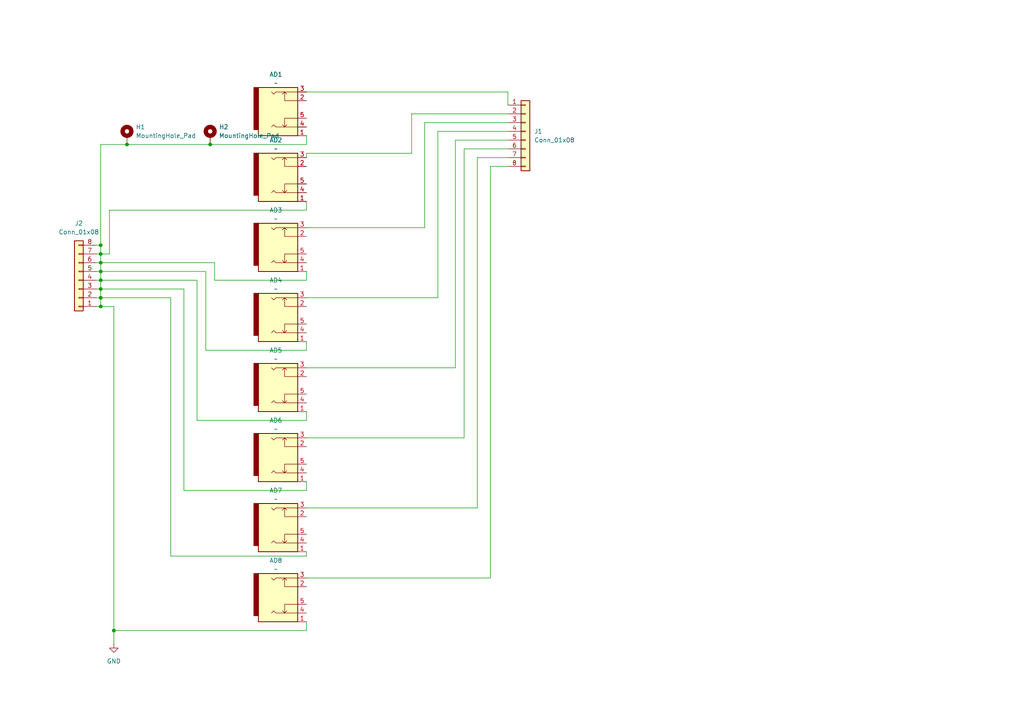
<source format=kicad_sch>
(kicad_sch
	(version 20231120)
	(generator "eeschema")
	(generator_version "8.0")
	(uuid "626fef9f-59ae-40a3-acf2-b3507c69a0ad")
	(paper "A4")
	(lib_symbols
		(symbol "Connector_Generic:Conn_01x08"
			(pin_names
				(offset 1.016) hide)
			(exclude_from_sim no)
			(in_bom yes)
			(on_board yes)
			(property "Reference" "J"
				(at 0 10.16 0)
				(effects
					(font
						(size 1.27 1.27)
					)
				)
			)
			(property "Value" "Conn_01x08"
				(at 0 -12.7 0)
				(effects
					(font
						(size 1.27 1.27)
					)
				)
			)
			(property "Footprint" ""
				(at 0 0 0)
				(effects
					(font
						(size 1.27 1.27)
					)
					(hide yes)
				)
			)
			(property "Datasheet" "~"
				(at 0 0 0)
				(effects
					(font
						(size 1.27 1.27)
					)
					(hide yes)
				)
			)
			(property "Description" "Generic connector, single row, 01x08, script generated (kicad-library-utils/schlib/autogen/connector/)"
				(at 0 0 0)
				(effects
					(font
						(size 1.27 1.27)
					)
					(hide yes)
				)
			)
			(property "ki_keywords" "connector"
				(at 0 0 0)
				(effects
					(font
						(size 1.27 1.27)
					)
					(hide yes)
				)
			)
			(property "ki_fp_filters" "Connector*:*_1x??_*"
				(at 0 0 0)
				(effects
					(font
						(size 1.27 1.27)
					)
					(hide yes)
				)
			)
			(symbol "Conn_01x08_1_1"
				(rectangle
					(start -1.27 -10.033)
					(end 0 -10.287)
					(stroke
						(width 0.1524)
						(type default)
					)
					(fill
						(type none)
					)
				)
				(rectangle
					(start -1.27 -7.493)
					(end 0 -7.747)
					(stroke
						(width 0.1524)
						(type default)
					)
					(fill
						(type none)
					)
				)
				(rectangle
					(start -1.27 -4.953)
					(end 0 -5.207)
					(stroke
						(width 0.1524)
						(type default)
					)
					(fill
						(type none)
					)
				)
				(rectangle
					(start -1.27 -2.413)
					(end 0 -2.667)
					(stroke
						(width 0.1524)
						(type default)
					)
					(fill
						(type none)
					)
				)
				(rectangle
					(start -1.27 0.127)
					(end 0 -0.127)
					(stroke
						(width 0.1524)
						(type default)
					)
					(fill
						(type none)
					)
				)
				(rectangle
					(start -1.27 2.667)
					(end 0 2.413)
					(stroke
						(width 0.1524)
						(type default)
					)
					(fill
						(type none)
					)
				)
				(rectangle
					(start -1.27 5.207)
					(end 0 4.953)
					(stroke
						(width 0.1524)
						(type default)
					)
					(fill
						(type none)
					)
				)
				(rectangle
					(start -1.27 7.747)
					(end 0 7.493)
					(stroke
						(width 0.1524)
						(type default)
					)
					(fill
						(type none)
					)
				)
				(rectangle
					(start -1.27 8.89)
					(end 1.27 -11.43)
					(stroke
						(width 0.254)
						(type default)
					)
					(fill
						(type background)
					)
				)
				(pin passive line
					(at -5.08 7.62 0)
					(length 3.81)
					(name "Pin_1"
						(effects
							(font
								(size 1.27 1.27)
							)
						)
					)
					(number "1"
						(effects
							(font
								(size 1.27 1.27)
							)
						)
					)
				)
				(pin passive line
					(at -5.08 5.08 0)
					(length 3.81)
					(name "Pin_2"
						(effects
							(font
								(size 1.27 1.27)
							)
						)
					)
					(number "2"
						(effects
							(font
								(size 1.27 1.27)
							)
						)
					)
				)
				(pin passive line
					(at -5.08 2.54 0)
					(length 3.81)
					(name "Pin_3"
						(effects
							(font
								(size 1.27 1.27)
							)
						)
					)
					(number "3"
						(effects
							(font
								(size 1.27 1.27)
							)
						)
					)
				)
				(pin passive line
					(at -5.08 0 0)
					(length 3.81)
					(name "Pin_4"
						(effects
							(font
								(size 1.27 1.27)
							)
						)
					)
					(number "4"
						(effects
							(font
								(size 1.27 1.27)
							)
						)
					)
				)
				(pin passive line
					(at -5.08 -2.54 0)
					(length 3.81)
					(name "Pin_5"
						(effects
							(font
								(size 1.27 1.27)
							)
						)
					)
					(number "5"
						(effects
							(font
								(size 1.27 1.27)
							)
						)
					)
				)
				(pin passive line
					(at -5.08 -5.08 0)
					(length 3.81)
					(name "Pin_6"
						(effects
							(font
								(size 1.27 1.27)
							)
						)
					)
					(number "6"
						(effects
							(font
								(size 1.27 1.27)
							)
						)
					)
				)
				(pin passive line
					(at -5.08 -7.62 0)
					(length 3.81)
					(name "Pin_7"
						(effects
							(font
								(size 1.27 1.27)
							)
						)
					)
					(number "7"
						(effects
							(font
								(size 1.27 1.27)
							)
						)
					)
				)
				(pin passive line
					(at -5.08 -10.16 0)
					(length 3.81)
					(name "Pin_8"
						(effects
							(font
								(size 1.27 1.27)
							)
						)
					)
					(number "8"
						(effects
							(font
								(size 1.27 1.27)
							)
						)
					)
				)
			)
		)
		(symbol "Mechanical:MountingHole_Pad"
			(pin_numbers hide)
			(pin_names
				(offset 1.016) hide)
			(exclude_from_sim yes)
			(in_bom no)
			(on_board yes)
			(property "Reference" "H"
				(at 0 6.35 0)
				(effects
					(font
						(size 1.27 1.27)
					)
				)
			)
			(property "Value" "MountingHole_Pad"
				(at 0 4.445 0)
				(effects
					(font
						(size 1.27 1.27)
					)
				)
			)
			(property "Footprint" ""
				(at 0 0 0)
				(effects
					(font
						(size 1.27 1.27)
					)
					(hide yes)
				)
			)
			(property "Datasheet" "~"
				(at 0 0 0)
				(effects
					(font
						(size 1.27 1.27)
					)
					(hide yes)
				)
			)
			(property "Description" "Mounting Hole with connection"
				(at 0 0 0)
				(effects
					(font
						(size 1.27 1.27)
					)
					(hide yes)
				)
			)
			(property "ki_keywords" "mounting hole"
				(at 0 0 0)
				(effects
					(font
						(size 1.27 1.27)
					)
					(hide yes)
				)
			)
			(property "ki_fp_filters" "MountingHole*Pad*"
				(at 0 0 0)
				(effects
					(font
						(size 1.27 1.27)
					)
					(hide yes)
				)
			)
			(symbol "MountingHole_Pad_0_1"
				(circle
					(center 0 1.27)
					(radius 1.27)
					(stroke
						(width 1.27)
						(type default)
					)
					(fill
						(type none)
					)
				)
			)
			(symbol "MountingHole_Pad_1_1"
				(pin input line
					(at 0 -2.54 90)
					(length 2.54)
					(name "1"
						(effects
							(font
								(size 1.27 1.27)
							)
						)
					)
					(number "1"
						(effects
							(font
								(size 1.27 1.27)
							)
						)
					)
				)
			)
		)
		(symbol "N8s_Parts:CK635117"
			(exclude_from_sim no)
			(in_bom yes)
			(on_board yes)
			(property "Reference" "AD"
				(at 1.27 14.986 0)
				(effects
					(font
						(size 1.27 1.27)
					)
				)
			)
			(property "Value" ""
				(at 3.81 10.16 0)
				(effects
					(font
						(size 1.27 1.27)
					)
				)
			)
			(property "Footprint" "N8s_Parts:CK635117"
				(at 9.652 -1.524 0)
				(effects
					(font
						(size 1.27 1.27)
					)
					(hide yes)
				)
			)
			(property "Datasheet" ""
				(at 3.81 10.16 0)
				(effects
					(font
						(size 1.27 1.27)
					)
					(hide yes)
				)
			)
			(property "Description" ""
				(at 3.81 10.16 0)
				(effects
					(font
						(size 1.27 1.27)
					)
					(hide yes)
				)
			)
			(symbol "CK635117_0_1"
				(polyline
					(pts
						(xy 12.7 2.54) (xy 6.35 2.54) (xy 5.715 3.175) (xy 5.08 2.54)
					)
					(stroke
						(width 0)
						(type default)
					)
					(fill
						(type none)
					)
				)
				(polyline
					(pts
						(xy 12.7 12.7) (xy 6.35 12.7) (xy 5.715 12.065) (xy 5.08 12.7)
					)
					(stroke
						(width 0)
						(type default)
					)
					(fill
						(type none)
					)
				)
				(polyline
					(pts
						(xy 12.7 5.08) (xy 8.89 5.08) (xy 8.89 2.54) (xy 8.255 3.175) (xy 8.89 2.54) (xy 9.525 3.175)
					)
					(stroke
						(width 0)
						(type default)
					)
					(fill
						(type none)
					)
				)
				(polyline
					(pts
						(xy 12.7 10.16) (xy 8.89 10.16) (xy 8.89 12.7) (xy 8.255 12.065) (xy 8.89 12.7) (xy 9.525 12.065)
					)
					(stroke
						(width 0)
						(type default)
					)
					(fill
						(type none)
					)
				)
				(rectangle
					(start 0 13.97)
					(end 1.27 1.778)
					(stroke
						(width 0.254)
						(type default)
					)
					(fill
						(type outline)
					)
				)
				(rectangle
					(start 1.27 13.97)
					(end 12.7 0)
					(stroke
						(width 0.254)
						(type default)
					)
					(fill
						(type background)
					)
				)
			)
			(symbol "CK635117_1_1"
				(pin passive line
					(at 15.24 0 180)
					(length 2.54)
					(name "~"
						(effects
							(font
								(size 1.27 1.27)
							)
						)
					)
					(number "1"
						(effects
							(font
								(size 1.27 1.27)
							)
						)
					)
				)
				(pin passive line
					(at 15.24 10.16 180)
					(length 2.54)
					(name "~"
						(effects
							(font
								(size 1.27 1.27)
							)
						)
					)
					(number "2"
						(effects
							(font
								(size 1.27 1.27)
							)
						)
					)
				)
				(pin passive line
					(at 15.24 12.7 180)
					(length 2.54)
					(name "~"
						(effects
							(font
								(size 1.27 1.27)
							)
						)
					)
					(number "3"
						(effects
							(font
								(size 1.27 1.27)
							)
						)
					)
				)
				(pin passive line
					(at 15.24 2.54 180)
					(length 2.54)
					(name "~"
						(effects
							(font
								(size 1.27 1.27)
							)
						)
					)
					(number "4"
						(effects
							(font
								(size 1.27 1.27)
							)
						)
					)
				)
				(pin passive line
					(at 15.24 5.08 180)
					(length 2.54)
					(name "~"
						(effects
							(font
								(size 1.27 1.27)
							)
						)
					)
					(number "5"
						(effects
							(font
								(size 1.27 1.27)
							)
						)
					)
				)
			)
		)
		(symbol "power:GND"
			(power)
			(pin_numbers hide)
			(pin_names
				(offset 0) hide)
			(exclude_from_sim no)
			(in_bom yes)
			(on_board yes)
			(property "Reference" "#PWR"
				(at 0 -6.35 0)
				(effects
					(font
						(size 1.27 1.27)
					)
					(hide yes)
				)
			)
			(property "Value" "GND"
				(at 0 -3.81 0)
				(effects
					(font
						(size 1.27 1.27)
					)
				)
			)
			(property "Footprint" ""
				(at 0 0 0)
				(effects
					(font
						(size 1.27 1.27)
					)
					(hide yes)
				)
			)
			(property "Datasheet" ""
				(at 0 0 0)
				(effects
					(font
						(size 1.27 1.27)
					)
					(hide yes)
				)
			)
			(property "Description" "Power symbol creates a global label with name \"GND\" , ground"
				(at 0 0 0)
				(effects
					(font
						(size 1.27 1.27)
					)
					(hide yes)
				)
			)
			(property "ki_keywords" "global power"
				(at 0 0 0)
				(effects
					(font
						(size 1.27 1.27)
					)
					(hide yes)
				)
			)
			(symbol "GND_0_1"
				(polyline
					(pts
						(xy 0 0) (xy 0 -1.27) (xy 1.27 -1.27) (xy 0 -2.54) (xy -1.27 -1.27) (xy 0 -1.27)
					)
					(stroke
						(width 0)
						(type default)
					)
					(fill
						(type none)
					)
				)
			)
			(symbol "GND_1_1"
				(pin power_in line
					(at 0 0 270)
					(length 0)
					(name "~"
						(effects
							(font
								(size 1.27 1.27)
							)
						)
					)
					(number "1"
						(effects
							(font
								(size 1.27 1.27)
							)
						)
					)
				)
			)
		)
	)
	(junction
		(at 29.21 71.12)
		(diameter 0)
		(color 0 0 0 0)
		(uuid "0aa34069-ef07-4ba1-ba66-462e70f94371")
	)
	(junction
		(at 29.21 88.9)
		(diameter 0)
		(color 0 0 0 0)
		(uuid "13813c9f-516d-4b39-89b2-c4eed5e545c5")
	)
	(junction
		(at 29.21 83.82)
		(diameter 0)
		(color 0 0 0 0)
		(uuid "304f946e-b1ae-4fe0-a81b-d6885c89746c")
	)
	(junction
		(at 29.21 73.66)
		(diameter 0)
		(color 0 0 0 0)
		(uuid "4b4cdec7-0fd0-468e-b405-f43dbc85de1a")
	)
	(junction
		(at 36.83 41.91)
		(diameter 0)
		(color 0 0 0 0)
		(uuid "7b5564d0-4a0a-41ae-8b12-0a64ae265c42")
	)
	(junction
		(at 29.21 76.2)
		(diameter 0)
		(color 0 0 0 0)
		(uuid "9cf1ea3b-76c8-46e4-8928-bc2343a16d50")
	)
	(junction
		(at 29.21 81.28)
		(diameter 0)
		(color 0 0 0 0)
		(uuid "bdd5dbac-3308-4074-b744-0bca676561c8")
	)
	(junction
		(at 29.21 86.36)
		(diameter 0)
		(color 0 0 0 0)
		(uuid "d9f8e794-e8f9-4af3-a18e-1bc2fe6dbdbc")
	)
	(junction
		(at 33.02 182.88)
		(diameter 0)
		(color 0 0 0 0)
		(uuid "dc96dc85-3e24-4084-8bfd-53a3c3f79b00")
	)
	(junction
		(at 29.21 78.74)
		(diameter 0)
		(color 0 0 0 0)
		(uuid "f5d529e1-7270-4d30-aaeb-c297c4cc87d6")
	)
	(junction
		(at 60.96 41.91)
		(diameter 0)
		(color 0 0 0 0)
		(uuid "fa2b557b-2a87-46ce-9200-2dbd32bbe33a")
	)
	(wire
		(pts
			(xy 29.21 81.28) (xy 27.94 81.28)
		)
		(stroke
			(width 0)
			(type default)
		)
		(uuid "00e22d49-f837-4812-91f6-d1ae9a50ed80")
	)
	(wire
		(pts
			(xy 60.96 41.91) (xy 36.83 41.91)
		)
		(stroke
			(width 0)
			(type default)
		)
		(uuid "08676571-2030-46fd-8de5-86d76b8e277e")
	)
	(wire
		(pts
			(xy 29.21 81.28) (xy 29.21 83.82)
		)
		(stroke
			(width 0)
			(type default)
		)
		(uuid "0bc4958f-5fba-41ea-a646-7b0edcdac681")
	)
	(wire
		(pts
			(xy 119.38 44.45) (xy 119.38 33.02)
		)
		(stroke
			(width 0)
			(type default)
		)
		(uuid "0d16c71c-434c-47b2-a397-ad529312fbd8")
	)
	(wire
		(pts
			(xy 33.02 182.88) (xy 33.02 88.9)
		)
		(stroke
			(width 0)
			(type default)
		)
		(uuid "0d75cc84-68c8-4fde-b20a-bf6f9b367ab8")
	)
	(wire
		(pts
			(xy 53.34 83.82) (xy 29.21 83.82)
		)
		(stroke
			(width 0)
			(type default)
		)
		(uuid "14af877c-d18f-43a7-85fa-e745031da863")
	)
	(wire
		(pts
			(xy 36.83 41.91) (xy 29.21 41.91)
		)
		(stroke
			(width 0)
			(type default)
		)
		(uuid "172f9d55-1d80-4e50-a164-354e41f74ea8")
	)
	(wire
		(pts
			(xy 88.9 60.96) (xy 31.75 60.96)
		)
		(stroke
			(width 0)
			(type default)
		)
		(uuid "1bb82ec4-4a1b-4d55-83bf-0540c0f43b3d")
	)
	(wire
		(pts
			(xy 138.43 45.72) (xy 147.32 45.72)
		)
		(stroke
			(width 0)
			(type default)
		)
		(uuid "1eb21717-bded-41f8-a0f9-e644e3d5d215")
	)
	(wire
		(pts
			(xy 29.21 76.2) (xy 27.94 76.2)
		)
		(stroke
			(width 0)
			(type default)
		)
		(uuid "21a7a988-a7ec-4163-849b-6aa4b0a8631e")
	)
	(wire
		(pts
			(xy 31.75 73.66) (xy 29.21 73.66)
		)
		(stroke
			(width 0)
			(type default)
		)
		(uuid "23504122-1818-49d1-bb57-5485179e6829")
	)
	(wire
		(pts
			(xy 123.19 66.04) (xy 123.19 35.56)
		)
		(stroke
			(width 0)
			(type default)
		)
		(uuid "24ade476-406a-42e9-9d1d-661fa2453d96")
	)
	(wire
		(pts
			(xy 142.24 48.26) (xy 147.32 48.26)
		)
		(stroke
			(width 0)
			(type default)
		)
		(uuid "28e2970a-8ad0-40cb-a03e-da0ad9ac842a")
	)
	(wire
		(pts
			(xy 88.9 119.38) (xy 88.9 121.92)
		)
		(stroke
			(width 0)
			(type default)
		)
		(uuid "2c12b7fd-f2ca-4bcd-be7b-f22b4cf0f9cf")
	)
	(wire
		(pts
			(xy 53.34 142.24) (xy 53.34 83.82)
		)
		(stroke
			(width 0)
			(type default)
		)
		(uuid "2cb70de9-7df3-4eb5-af0d-a176ee1495e8")
	)
	(wire
		(pts
			(xy 29.21 41.91) (xy 29.21 71.12)
		)
		(stroke
			(width 0)
			(type default)
		)
		(uuid "307bf7f1-b7df-401d-8c1c-f3444ca186fb")
	)
	(wire
		(pts
			(xy 62.23 76.2) (xy 29.21 76.2)
		)
		(stroke
			(width 0)
			(type default)
		)
		(uuid "39ecd84a-9016-496a-8c5f-cf11554f52f3")
	)
	(wire
		(pts
			(xy 88.9 106.68) (xy 132.08 106.68)
		)
		(stroke
			(width 0)
			(type default)
		)
		(uuid "3a3b8ddc-0024-40e5-a70e-9880278e1263")
	)
	(wire
		(pts
			(xy 88.9 167.64) (xy 142.24 167.64)
		)
		(stroke
			(width 0)
			(type default)
		)
		(uuid "3f222c91-d20d-4d27-a6ea-6f3eae5cbfd3")
	)
	(wire
		(pts
			(xy 57.15 81.28) (xy 29.21 81.28)
		)
		(stroke
			(width 0)
			(type default)
		)
		(uuid "4d9ee12c-77bc-4d75-8264-abd5730cf616")
	)
	(wire
		(pts
			(xy 88.9 86.36) (xy 127 86.36)
		)
		(stroke
			(width 0)
			(type default)
		)
		(uuid "4fef1704-02f8-464e-a643-35175149ce2f")
	)
	(wire
		(pts
			(xy 29.21 73.66) (xy 29.21 76.2)
		)
		(stroke
			(width 0)
			(type default)
		)
		(uuid "535da106-2cc7-46f7-991e-75cfe0c168c3")
	)
	(wire
		(pts
			(xy 147.32 30.48) (xy 147.32 26.67)
		)
		(stroke
			(width 0)
			(type default)
		)
		(uuid "5da2ec12-e625-4c8f-99e5-63d64cd9d41b")
	)
	(wire
		(pts
			(xy 88.9 58.42) (xy 88.9 60.96)
		)
		(stroke
			(width 0)
			(type default)
		)
		(uuid "6731bd5d-7043-4676-a5f7-d28d9939cf66")
	)
	(wire
		(pts
			(xy 88.9 139.7) (xy 88.9 142.24)
		)
		(stroke
			(width 0)
			(type default)
		)
		(uuid "6a6ddeea-9574-4dc7-be65-cc19cddeaf40")
	)
	(wire
		(pts
			(xy 33.02 88.9) (xy 29.21 88.9)
		)
		(stroke
			(width 0)
			(type default)
		)
		(uuid "6befbf6d-59c3-458e-a235-aa192bebc69c")
	)
	(wire
		(pts
			(xy 29.21 88.9) (xy 27.94 88.9)
		)
		(stroke
			(width 0)
			(type default)
		)
		(uuid "6dd1d673-826a-4574-9ccc-87f10b3ed83f")
	)
	(wire
		(pts
			(xy 29.21 71.12) (xy 27.94 71.12)
		)
		(stroke
			(width 0)
			(type default)
		)
		(uuid "71c4eeea-29ed-4a59-b716-0ea55fedc6c8")
	)
	(wire
		(pts
			(xy 88.9 147.32) (xy 138.43 147.32)
		)
		(stroke
			(width 0)
			(type default)
		)
		(uuid "74836175-1f59-4bf4-8e17-60c29dd362a3")
	)
	(wire
		(pts
			(xy 29.21 83.82) (xy 27.94 83.82)
		)
		(stroke
			(width 0)
			(type default)
		)
		(uuid "76c643a6-2d65-443b-a029-bc271da526ea")
	)
	(wire
		(pts
			(xy 59.69 78.74) (xy 29.21 78.74)
		)
		(stroke
			(width 0)
			(type default)
		)
		(uuid "78d1db23-cb94-4e49-919e-33ed7f4fe5e8")
	)
	(wire
		(pts
			(xy 29.21 83.82) (xy 29.21 86.36)
		)
		(stroke
			(width 0)
			(type default)
		)
		(uuid "7e70af5d-cf73-441a-b502-d3cd235ea56d")
	)
	(wire
		(pts
			(xy 132.08 106.68) (xy 132.08 40.64)
		)
		(stroke
			(width 0)
			(type default)
		)
		(uuid "7ee1f552-40b0-4d78-bf20-9e4ba1b9fed2")
	)
	(wire
		(pts
			(xy 88.9 99.06) (xy 88.9 101.6)
		)
		(stroke
			(width 0)
			(type default)
		)
		(uuid "80a55055-a498-43e2-8be4-647978f0e2cc")
	)
	(wire
		(pts
			(xy 123.19 35.56) (xy 147.32 35.56)
		)
		(stroke
			(width 0)
			(type default)
		)
		(uuid "844c3c1d-ca9f-4a8c-8f5b-56774fc85b55")
	)
	(wire
		(pts
			(xy 57.15 121.92) (xy 57.15 81.28)
		)
		(stroke
			(width 0)
			(type default)
		)
		(uuid "8cd74a35-43d2-4121-9d12-7a1a86216f9b")
	)
	(wire
		(pts
			(xy 88.9 180.34) (xy 88.9 182.88)
		)
		(stroke
			(width 0)
			(type default)
		)
		(uuid "8d6ac505-2f2a-4800-84de-14d5a991b55e")
	)
	(wire
		(pts
			(xy 59.69 101.6) (xy 59.69 78.74)
		)
		(stroke
			(width 0)
			(type default)
		)
		(uuid "93731ecd-5241-4d60-99b2-e523a6c42844")
	)
	(wire
		(pts
			(xy 49.53 86.36) (xy 29.21 86.36)
		)
		(stroke
			(width 0)
			(type default)
		)
		(uuid "95350303-31cd-40bc-b5dc-2d1477ff9e42")
	)
	(wire
		(pts
			(xy 88.9 45.72) (xy 88.9 44.45)
		)
		(stroke
			(width 0)
			(type default)
		)
		(uuid "9ba57b35-7562-4484-996c-11ac8ae1a26f")
	)
	(wire
		(pts
			(xy 62.23 81.28) (xy 62.23 76.2)
		)
		(stroke
			(width 0)
			(type default)
		)
		(uuid "9bbb3ef0-8f05-400f-8226-972a2837cf80")
	)
	(wire
		(pts
			(xy 88.9 101.6) (xy 59.69 101.6)
		)
		(stroke
			(width 0)
			(type default)
		)
		(uuid "9e224dbe-4dac-48bb-b17f-6cdda7f4df18")
	)
	(wire
		(pts
			(xy 29.21 73.66) (xy 27.94 73.66)
		)
		(stroke
			(width 0)
			(type default)
		)
		(uuid "9f1ad749-b22e-4505-a1fc-2e81ec63de35")
	)
	(wire
		(pts
			(xy 29.21 78.74) (xy 27.94 78.74)
		)
		(stroke
			(width 0)
			(type default)
		)
		(uuid "a064bfa5-cd11-4717-8898-543fcea4b79f")
	)
	(wire
		(pts
			(xy 29.21 78.74) (xy 29.21 81.28)
		)
		(stroke
			(width 0)
			(type default)
		)
		(uuid "a2041823-73ee-4634-aea8-f6940fbcff9d")
	)
	(wire
		(pts
			(xy 88.9 127) (xy 134.62 127)
		)
		(stroke
			(width 0)
			(type default)
		)
		(uuid "a8ddbb04-3a6b-4b86-a934-95ac733aa4b5")
	)
	(wire
		(pts
			(xy 88.9 81.28) (xy 62.23 81.28)
		)
		(stroke
			(width 0)
			(type default)
		)
		(uuid "ab46adea-f736-4edd-a40a-9c511cfa6819")
	)
	(wire
		(pts
			(xy 88.9 66.04) (xy 123.19 66.04)
		)
		(stroke
			(width 0)
			(type default)
		)
		(uuid "acaf448a-6e29-4b1c-84ec-7097f847ed03")
	)
	(wire
		(pts
			(xy 88.9 44.45) (xy 119.38 44.45)
		)
		(stroke
			(width 0)
			(type default)
		)
		(uuid "b25cb377-3b4c-4046-a5b7-591700212bf8")
	)
	(wire
		(pts
			(xy 88.9 41.91) (xy 60.96 41.91)
		)
		(stroke
			(width 0)
			(type default)
		)
		(uuid "b4ce8ef6-b8d6-4eb1-9d53-dd0b29305fe6")
	)
	(wire
		(pts
			(xy 31.75 60.96) (xy 31.75 73.66)
		)
		(stroke
			(width 0)
			(type default)
		)
		(uuid "bac0ca11-f89c-41d7-bc24-c17491050c16")
	)
	(wire
		(pts
			(xy 88.9 161.29) (xy 49.53 161.29)
		)
		(stroke
			(width 0)
			(type default)
		)
		(uuid "bc9566b4-b298-43a1-b093-2d5e63d0ec83")
	)
	(wire
		(pts
			(xy 29.21 86.36) (xy 29.21 88.9)
		)
		(stroke
			(width 0)
			(type default)
		)
		(uuid "c09d1e2c-ddd3-4412-823d-ae48173c1aa9")
	)
	(wire
		(pts
			(xy 88.9 142.24) (xy 53.34 142.24)
		)
		(stroke
			(width 0)
			(type default)
		)
		(uuid "cdb9ca3d-40fb-4b14-98fc-faacffd5f866")
	)
	(wire
		(pts
			(xy 33.02 182.88) (xy 33.02 186.69)
		)
		(stroke
			(width 0)
			(type default)
		)
		(uuid "d251ee7d-5470-48ec-8106-6da7cd0830e8")
	)
	(wire
		(pts
			(xy 88.9 121.92) (xy 57.15 121.92)
		)
		(stroke
			(width 0)
			(type default)
		)
		(uuid "d6e2c4b2-ff31-46d5-a822-1f2a65c25373")
	)
	(wire
		(pts
			(xy 132.08 40.64) (xy 147.32 40.64)
		)
		(stroke
			(width 0)
			(type default)
		)
		(uuid "d8e52c33-fa80-4fcc-a4f0-642adab0c4fb")
	)
	(wire
		(pts
			(xy 29.21 76.2) (xy 29.21 78.74)
		)
		(stroke
			(width 0)
			(type default)
		)
		(uuid "da71d9e5-9058-4bf3-896d-b2cc436ce673")
	)
	(wire
		(pts
			(xy 138.43 147.32) (xy 138.43 45.72)
		)
		(stroke
			(width 0)
			(type default)
		)
		(uuid "dfa85e14-d775-4e80-97d8-21fd4327f7fb")
	)
	(wire
		(pts
			(xy 119.38 33.02) (xy 147.32 33.02)
		)
		(stroke
			(width 0)
			(type default)
		)
		(uuid "dfceebfd-c60a-41b2-8ebd-eae671161c61")
	)
	(wire
		(pts
			(xy 142.24 48.26) (xy 142.24 167.64)
		)
		(stroke
			(width 0)
			(type default)
		)
		(uuid "e0fe7f4c-ee35-48af-a076-039eb48367ef")
	)
	(wire
		(pts
			(xy 127 38.1) (xy 147.32 38.1)
		)
		(stroke
			(width 0)
			(type default)
		)
		(uuid "e3af0d72-1ebb-4454-bb56-018561d0351e")
	)
	(wire
		(pts
			(xy 88.9 26.67) (xy 147.32 26.67)
		)
		(stroke
			(width 0)
			(type default)
		)
		(uuid "e58db4da-43fa-464e-a112-7cda212d4330")
	)
	(wire
		(pts
			(xy 88.9 39.37) (xy 88.9 41.91)
		)
		(stroke
			(width 0)
			(type default)
		)
		(uuid "e842a3be-75c8-451f-a28e-ffd3bd995719")
	)
	(wire
		(pts
			(xy 88.9 160.02) (xy 88.9 161.29)
		)
		(stroke
			(width 0)
			(type default)
		)
		(uuid "ed253d9f-21e3-4e05-b077-e743a1cb5509")
	)
	(wire
		(pts
			(xy 29.21 71.12) (xy 29.21 73.66)
		)
		(stroke
			(width 0)
			(type default)
		)
		(uuid "eee502d2-fb09-40f9-9fef-876fdbda099f")
	)
	(wire
		(pts
			(xy 134.62 43.18) (xy 147.32 43.18)
		)
		(stroke
			(width 0)
			(type default)
		)
		(uuid "f3ef15f8-3b5c-4b68-b566-5aa621a824c3")
	)
	(wire
		(pts
			(xy 88.9 182.88) (xy 33.02 182.88)
		)
		(stroke
			(width 0)
			(type default)
		)
		(uuid "f62bb602-5cae-4979-b7a8-5f98a1b161f4")
	)
	(wire
		(pts
			(xy 88.9 78.74) (xy 88.9 81.28)
		)
		(stroke
			(width 0)
			(type default)
		)
		(uuid "f90ff2c9-e136-4e1a-806d-6b110ba6a7fa")
	)
	(wire
		(pts
			(xy 127 86.36) (xy 127 38.1)
		)
		(stroke
			(width 0)
			(type default)
		)
		(uuid "f9debd8d-5eaf-42eb-ad32-c27e55ae7439")
	)
	(wire
		(pts
			(xy 29.21 86.36) (xy 27.94 86.36)
		)
		(stroke
			(width 0)
			(type default)
		)
		(uuid "fba19950-ab5d-4d34-88d2-983ae5950831")
	)
	(wire
		(pts
			(xy 49.53 161.29) (xy 49.53 86.36)
		)
		(stroke
			(width 0)
			(type default)
		)
		(uuid "fe6bd39c-c7e0-4819-945f-92246c425309")
	)
	(wire
		(pts
			(xy 134.62 127) (xy 134.62 43.18)
		)
		(stroke
			(width 0)
			(type default)
		)
		(uuid "fe80bf5e-192d-4392-ac03-e1d3879c8390")
	)
	(symbol
		(lib_id "Mechanical:MountingHole_Pad")
		(at 60.96 39.37 0)
		(unit 1)
		(exclude_from_sim yes)
		(in_bom no)
		(on_board yes)
		(dnp no)
		(fields_autoplaced yes)
		(uuid "0eb8212f-3274-42e6-a621-ff2cc71919e4")
		(property "Reference" "H2"
			(at 63.5 36.8299 0)
			(effects
				(font
					(size 1.27 1.27)
				)
				(justify left)
			)
		)
		(property "Value" "MountingHole_Pad"
			(at 63.5 39.3699 0)
			(effects
				(font
					(size 1.27 1.27)
				)
				(justify left)
			)
		)
		(property "Footprint" "MountingHole:MountingHole_3.2mm_M3_Pad"
			(at 60.96 39.37 0)
			(effects
				(font
					(size 1.27 1.27)
				)
				(hide yes)
			)
		)
		(property "Datasheet" "~"
			(at 60.96 39.37 0)
			(effects
				(font
					(size 1.27 1.27)
				)
				(hide yes)
			)
		)
		(property "Description" "Mounting Hole with connection"
			(at 60.96 39.37 0)
			(effects
				(font
					(size 1.27 1.27)
				)
				(hide yes)
			)
		)
		(pin "1"
			(uuid "7cbe635f-bf5e-46fd-8ce7-f9bb20601ae9")
		)
		(instances
			(project "Drum_Controller"
				(path "/626fef9f-59ae-40a3-acf2-b3507c69a0ad"
					(reference "H2")
					(unit 1)
				)
			)
		)
	)
	(symbol
		(lib_id "N8s_Parts:CK635117")
		(at 73.66 180.34 0)
		(unit 1)
		(exclude_from_sim no)
		(in_bom yes)
		(on_board yes)
		(dnp no)
		(fields_autoplaced yes)
		(uuid "29d6527e-46f8-462f-8b38-c199a7bacacd")
		(property "Reference" "AD8"
			(at 80.01 162.56 0)
			(effects
				(font
					(size 1.27 1.27)
				)
			)
		)
		(property "Value" "~"
			(at 80.01 165.1 0)
			(effects
				(font
					(size 1.27 1.27)
				)
			)
		)
		(property "Footprint" "N8s_Parts:CK635117"
			(at 83.312 181.864 0)
			(effects
				(font
					(size 1.27 1.27)
				)
				(hide yes)
			)
		)
		(property "Datasheet" ""
			(at 77.47 170.18 0)
			(effects
				(font
					(size 1.27 1.27)
				)
				(hide yes)
			)
		)
		(property "Description" ""
			(at 77.47 170.18 0)
			(effects
				(font
					(size 1.27 1.27)
				)
				(hide yes)
			)
		)
		(pin "1"
			(uuid "09fb110f-61e2-4ab5-891c-eb646e741254")
		)
		(pin "5"
			(uuid "6451953a-eb83-45fd-8b56-adf9f230a78a")
		)
		(pin "2"
			(uuid "07a6a0cd-9af3-497a-9551-bd174dda2bc3")
		)
		(pin "3"
			(uuid "e1510629-ad63-41f0-9e36-c74128a191e2")
		)
		(pin "4"
			(uuid "1926ed46-ffa6-450f-8cad-394b033bdf86")
		)
		(instances
			(project "Drum_Controller"
				(path "/626fef9f-59ae-40a3-acf2-b3507c69a0ad"
					(reference "AD8")
					(unit 1)
				)
			)
		)
	)
	(symbol
		(lib_id "Mechanical:MountingHole_Pad")
		(at 36.83 39.37 0)
		(unit 1)
		(exclude_from_sim yes)
		(in_bom no)
		(on_board yes)
		(dnp no)
		(fields_autoplaced yes)
		(uuid "3475238d-6ef0-48f2-a7f5-8f9ab2b045bd")
		(property "Reference" "H1"
			(at 39.37 36.8299 0)
			(effects
				(font
					(size 1.27 1.27)
				)
				(justify left)
			)
		)
		(property "Value" "MountingHole_Pad"
			(at 39.37 39.3699 0)
			(effects
				(font
					(size 1.27 1.27)
				)
				(justify left)
			)
		)
		(property "Footprint" "MountingHole:MountingHole_3.2mm_M3_Pad"
			(at 36.83 39.37 0)
			(effects
				(font
					(size 1.27 1.27)
				)
				(hide yes)
			)
		)
		(property "Datasheet" "~"
			(at 36.83 39.37 0)
			(effects
				(font
					(size 1.27 1.27)
				)
				(hide yes)
			)
		)
		(property "Description" "Mounting Hole with connection"
			(at 36.83 39.37 0)
			(effects
				(font
					(size 1.27 1.27)
				)
				(hide yes)
			)
		)
		(pin "1"
			(uuid "6610b258-a71f-47fd-bd2d-deaff0821d51")
		)
		(instances
			(project ""
				(path "/626fef9f-59ae-40a3-acf2-b3507c69a0ad"
					(reference "H1")
					(unit 1)
				)
			)
		)
	)
	(symbol
		(lib_id "N8s_Parts:CK635117")
		(at 73.66 139.7 0)
		(unit 1)
		(exclude_from_sim no)
		(in_bom yes)
		(on_board yes)
		(dnp no)
		(fields_autoplaced yes)
		(uuid "3a807575-a552-4b8b-a17a-058e3bacc1b3")
		(property "Reference" "AD6"
			(at 80.01 121.92 0)
			(effects
				(font
					(size 1.27 1.27)
				)
			)
		)
		(property "Value" "~"
			(at 80.01 124.46 0)
			(effects
				(font
					(size 1.27 1.27)
				)
			)
		)
		(property "Footprint" "N8s_Parts:CK635117"
			(at 83.312 141.224 0)
			(effects
				(font
					(size 1.27 1.27)
				)
				(hide yes)
			)
		)
		(property "Datasheet" ""
			(at 77.47 129.54 0)
			(effects
				(font
					(size 1.27 1.27)
				)
				(hide yes)
			)
		)
		(property "Description" ""
			(at 77.47 129.54 0)
			(effects
				(font
					(size 1.27 1.27)
				)
				(hide yes)
			)
		)
		(pin "1"
			(uuid "e6cf01c1-aef7-4f93-ba1e-2fa55465d76c")
		)
		(pin "5"
			(uuid "39ad37c3-7046-473c-9500-8a76a64f50bf")
		)
		(pin "2"
			(uuid "127a3588-09e5-4b10-a402-84e36adb6d9c")
		)
		(pin "3"
			(uuid "9de64c8a-0bd9-4a23-8c04-815a4c00af80")
		)
		(pin "4"
			(uuid "5947ca79-1389-4b04-8112-ade69ddaffd6")
		)
		(instances
			(project "Drum_Controller"
				(path "/626fef9f-59ae-40a3-acf2-b3507c69a0ad"
					(reference "AD6")
					(unit 1)
				)
			)
		)
	)
	(symbol
		(lib_id "N8s_Parts:CK635117")
		(at 73.66 119.38 0)
		(unit 1)
		(exclude_from_sim no)
		(in_bom yes)
		(on_board yes)
		(dnp no)
		(fields_autoplaced yes)
		(uuid "6d35e401-54c7-4a62-bf5a-cc52fd29e375")
		(property "Reference" "AD5"
			(at 80.01 101.6 0)
			(effects
				(font
					(size 1.27 1.27)
				)
			)
		)
		(property "Value" "~"
			(at 80.01 104.14 0)
			(effects
				(font
					(size 1.27 1.27)
				)
			)
		)
		(property "Footprint" "N8s_Parts:CK635117"
			(at 83.312 120.904 0)
			(effects
				(font
					(size 1.27 1.27)
				)
				(hide yes)
			)
		)
		(property "Datasheet" ""
			(at 77.47 109.22 0)
			(effects
				(font
					(size 1.27 1.27)
				)
				(hide yes)
			)
		)
		(property "Description" ""
			(at 77.47 109.22 0)
			(effects
				(font
					(size 1.27 1.27)
				)
				(hide yes)
			)
		)
		(pin "1"
			(uuid "a7b88743-5e76-4869-9111-7eb2fb4c2b8d")
		)
		(pin "5"
			(uuid "e4b7b88c-9a78-4893-8ff2-77ecab1c42fe")
		)
		(pin "2"
			(uuid "b9ee5774-4e54-4754-8710-5b64e2478dbf")
		)
		(pin "3"
			(uuid "0679ebf1-99d3-40a2-b560-648d5a7353fe")
		)
		(pin "4"
			(uuid "752fd614-e9e5-4d7a-aba6-8df53698612b")
		)
		(instances
			(project "Drum_Controller"
				(path "/626fef9f-59ae-40a3-acf2-b3507c69a0ad"
					(reference "AD5")
					(unit 1)
				)
			)
		)
	)
	(symbol
		(lib_id "N8s_Parts:CK635117")
		(at 73.66 99.06 0)
		(unit 1)
		(exclude_from_sim no)
		(in_bom yes)
		(on_board yes)
		(dnp no)
		(fields_autoplaced yes)
		(uuid "6f2bf9df-36ea-4cad-8d8e-b27ebd669735")
		(property "Reference" "AD4"
			(at 80.01 81.28 0)
			(effects
				(font
					(size 1.27 1.27)
				)
			)
		)
		(property "Value" "~"
			(at 80.01 83.82 0)
			(effects
				(font
					(size 1.27 1.27)
				)
			)
		)
		(property "Footprint" "N8s_Parts:CK635117"
			(at 83.312 100.584 0)
			(effects
				(font
					(size 1.27 1.27)
				)
				(hide yes)
			)
		)
		(property "Datasheet" ""
			(at 77.47 88.9 0)
			(effects
				(font
					(size 1.27 1.27)
				)
				(hide yes)
			)
		)
		(property "Description" ""
			(at 77.47 88.9 0)
			(effects
				(font
					(size 1.27 1.27)
				)
				(hide yes)
			)
		)
		(pin "1"
			(uuid "ab9ccd0f-6513-4c7e-9ac6-742d1e805bea")
		)
		(pin "5"
			(uuid "e205a9e3-278a-42fc-b4be-362d16916e77")
		)
		(pin "2"
			(uuid "2ad688d5-8055-4fab-92b6-6fa2fae36256")
		)
		(pin "3"
			(uuid "061e8a03-39a7-443d-81f7-5a8554e4fd9d")
		)
		(pin "4"
			(uuid "25ff5f8b-595e-4421-83c3-a8269a377f34")
		)
		(instances
			(project "Drum_Controller"
				(path "/626fef9f-59ae-40a3-acf2-b3507c69a0ad"
					(reference "AD4")
					(unit 1)
				)
			)
		)
	)
	(symbol
		(lib_id "N8s_Parts:CK635117")
		(at 73.66 58.42 0)
		(unit 1)
		(exclude_from_sim no)
		(in_bom yes)
		(on_board yes)
		(dnp no)
		(fields_autoplaced yes)
		(uuid "71057565-741b-4311-9a3f-4e2817746d7e")
		(property "Reference" "AD2"
			(at 80.01 40.64 0)
			(effects
				(font
					(size 1.27 1.27)
				)
			)
		)
		(property "Value" "~"
			(at 80.01 43.18 0)
			(effects
				(font
					(size 1.27 1.27)
				)
			)
		)
		(property "Footprint" "N8s_Parts:CK635117"
			(at 83.312 59.944 0)
			(effects
				(font
					(size 1.27 1.27)
				)
				(hide yes)
			)
		)
		(property "Datasheet" ""
			(at 77.47 48.26 0)
			(effects
				(font
					(size 1.27 1.27)
				)
				(hide yes)
			)
		)
		(property "Description" ""
			(at 77.47 48.26 0)
			(effects
				(font
					(size 1.27 1.27)
				)
				(hide yes)
			)
		)
		(pin "1"
			(uuid "b0808988-6b62-436f-8d9f-40a6f1002856")
		)
		(pin "5"
			(uuid "0efcf9c2-e5ab-4f47-a9b0-9b3ed292865b")
		)
		(pin "2"
			(uuid "786003c4-ae30-4ecf-9840-6af84c252199")
		)
		(pin "3"
			(uuid "694dcb4e-a2c7-4082-b054-a5acc3831bfe")
		)
		(pin "4"
			(uuid "2b935719-db01-4105-876d-276c5a093fc1")
		)
		(instances
			(project "Drum_Controller"
				(path "/626fef9f-59ae-40a3-acf2-b3507c69a0ad"
					(reference "AD2")
					(unit 1)
				)
			)
		)
	)
	(symbol
		(lib_id "Connector_Generic:Conn_01x08")
		(at 152.4 38.1 0)
		(unit 1)
		(exclude_from_sim no)
		(in_bom yes)
		(on_board yes)
		(dnp no)
		(fields_autoplaced yes)
		(uuid "7f558a6e-1940-41ff-9ddb-d5484bd13bb0")
		(property "Reference" "J1"
			(at 154.94 38.0999 0)
			(effects
				(font
					(size 1.27 1.27)
				)
				(justify left)
			)
		)
		(property "Value" "Conn_01x08"
			(at 154.94 40.6399 0)
			(effects
				(font
					(size 1.27 1.27)
				)
				(justify left)
			)
		)
		(property "Footprint" "Connector_PinHeader_2.54mm:PinHeader_1x08_P2.54mm_Horizontal"
			(at 152.4 38.1 0)
			(effects
				(font
					(size 1.27 1.27)
				)
				(hide yes)
			)
		)
		(property "Datasheet" "~"
			(at 152.4 38.1 0)
			(effects
				(font
					(size 1.27 1.27)
				)
				(hide yes)
			)
		)
		(property "Description" "Generic connector, single row, 01x08, script generated (kicad-library-utils/schlib/autogen/connector/)"
			(at 152.4 38.1 0)
			(effects
				(font
					(size 1.27 1.27)
				)
				(hide yes)
			)
		)
		(pin "8"
			(uuid "fa000ba6-2c9e-4f72-a82b-2d42734abf3f")
		)
		(pin "3"
			(uuid "346d8a70-e937-4796-8ea3-9529a4c3bd30")
		)
		(pin "6"
			(uuid "6ec71b66-9022-4a9f-9f89-ccda9f1d36dd")
		)
		(pin "5"
			(uuid "cd78e342-d2b9-40c7-b0da-bb229e853d77")
		)
		(pin "2"
			(uuid "3945be0c-e49e-4ca6-a97c-cd23636b7fcd")
		)
		(pin "4"
			(uuid "cbeed614-3ded-42dd-bffb-6b69f449f29b")
		)
		(pin "1"
			(uuid "d2912aca-04d2-4a18-8ce6-9c3953a7180f")
		)
		(pin "7"
			(uuid "26bde4dd-43c3-4792-8721-4dd02c42884d")
		)
		(instances
			(project ""
				(path "/626fef9f-59ae-40a3-acf2-b3507c69a0ad"
					(reference "J1")
					(unit 1)
				)
			)
		)
	)
	(symbol
		(lib_id "N8s_Parts:CK635117")
		(at 73.66 78.74 0)
		(unit 1)
		(exclude_from_sim no)
		(in_bom yes)
		(on_board yes)
		(dnp no)
		(fields_autoplaced yes)
		(uuid "831583e3-8f6e-409a-9cfe-e0981d182ee5")
		(property "Reference" "AD3"
			(at 80.01 60.96 0)
			(effects
				(font
					(size 1.27 1.27)
				)
			)
		)
		(property "Value" "~"
			(at 80.01 63.5 0)
			(effects
				(font
					(size 1.27 1.27)
				)
			)
		)
		(property "Footprint" "N8s_Parts:CK635117"
			(at 83.312 80.264 0)
			(effects
				(font
					(size 1.27 1.27)
				)
				(hide yes)
			)
		)
		(property "Datasheet" ""
			(at 77.47 68.58 0)
			(effects
				(font
					(size 1.27 1.27)
				)
				(hide yes)
			)
		)
		(property "Description" ""
			(at 77.47 68.58 0)
			(effects
				(font
					(size 1.27 1.27)
				)
				(hide yes)
			)
		)
		(pin "1"
			(uuid "2aa3f4c1-afc5-4377-9e2b-302ca11d592e")
		)
		(pin "5"
			(uuid "bc0c9cb8-8108-4a1e-a181-fe97384f1cf8")
		)
		(pin "2"
			(uuid "cfbec411-7b01-455d-8f9b-7a731a0929e4")
		)
		(pin "3"
			(uuid "6e6b01ea-e86d-47d0-bae7-830c6ee06fe9")
		)
		(pin "4"
			(uuid "51461300-7ea4-487e-a1ff-cf15913ac92e")
		)
		(instances
			(project "Drum_Controller"
				(path "/626fef9f-59ae-40a3-acf2-b3507c69a0ad"
					(reference "AD3")
					(unit 1)
				)
			)
		)
	)
	(symbol
		(lib_id "power:GND")
		(at 33.02 186.69 0)
		(unit 1)
		(exclude_from_sim no)
		(in_bom yes)
		(on_board yes)
		(dnp no)
		(fields_autoplaced yes)
		(uuid "b596cec4-a691-4447-a36a-6b97cb55b21a")
		(property "Reference" "#PWR01"
			(at 33.02 193.04 0)
			(effects
				(font
					(size 1.27 1.27)
				)
				(hide yes)
			)
		)
		(property "Value" "GND"
			(at 33.02 191.77 0)
			(effects
				(font
					(size 1.27 1.27)
				)
			)
		)
		(property "Footprint" ""
			(at 33.02 186.69 0)
			(effects
				(font
					(size 1.27 1.27)
				)
				(hide yes)
			)
		)
		(property "Datasheet" ""
			(at 33.02 186.69 0)
			(effects
				(font
					(size 1.27 1.27)
				)
				(hide yes)
			)
		)
		(property "Description" "Power symbol creates a global label with name \"GND\" , ground"
			(at 33.02 186.69 0)
			(effects
				(font
					(size 1.27 1.27)
				)
				(hide yes)
			)
		)
		(pin "1"
			(uuid "201d8f81-4712-4299-b1ae-9cf8572abde3")
		)
		(instances
			(project ""
				(path "/626fef9f-59ae-40a3-acf2-b3507c69a0ad"
					(reference "#PWR01")
					(unit 1)
				)
			)
		)
	)
	(symbol
		(lib_id "N8s_Parts:CK635117")
		(at 73.66 160.02 0)
		(unit 1)
		(exclude_from_sim no)
		(in_bom yes)
		(on_board yes)
		(dnp no)
		(fields_autoplaced yes)
		(uuid "d20cc36d-219b-4088-80e4-ab522685238d")
		(property "Reference" "AD7"
			(at 80.01 142.24 0)
			(effects
				(font
					(size 1.27 1.27)
				)
			)
		)
		(property "Value" "~"
			(at 80.01 144.78 0)
			(effects
				(font
					(size 1.27 1.27)
				)
			)
		)
		(property "Footprint" "N8s_Parts:CK635117"
			(at 83.312 161.544 0)
			(effects
				(font
					(size 1.27 1.27)
				)
				(hide yes)
			)
		)
		(property "Datasheet" ""
			(at 77.47 149.86 0)
			(effects
				(font
					(size 1.27 1.27)
				)
				(hide yes)
			)
		)
		(property "Description" ""
			(at 77.47 149.86 0)
			(effects
				(font
					(size 1.27 1.27)
				)
				(hide yes)
			)
		)
		(pin "1"
			(uuid "223ca09a-daab-4b65-815c-2e22b61ccdf9")
		)
		(pin "5"
			(uuid "9eff50f0-15d9-40d6-abc8-0960c51a02df")
		)
		(pin "2"
			(uuid "72c75709-7753-4134-b2f0-e9372db2773f")
		)
		(pin "3"
			(uuid "828c00f6-b633-4599-937f-7e030803195c")
		)
		(pin "4"
			(uuid "dac6d33a-fc47-49e6-a5c5-d981eef4a1e2")
		)
		(instances
			(project "Drum_Controller"
				(path "/626fef9f-59ae-40a3-acf2-b3507c69a0ad"
					(reference "AD7")
					(unit 1)
				)
			)
		)
	)
	(symbol
		(lib_id "Connector_Generic:Conn_01x08")
		(at 22.86 81.28 180)
		(unit 1)
		(exclude_from_sim no)
		(in_bom yes)
		(on_board yes)
		(dnp no)
		(fields_autoplaced yes)
		(uuid "e87ad5bd-26ef-4172-82f1-050573488171")
		(property "Reference" "J2"
			(at 22.86 64.77 0)
			(effects
				(font
					(size 1.27 1.27)
				)
			)
		)
		(property "Value" "Conn_01x08"
			(at 22.86 67.31 0)
			(effects
				(font
					(size 1.27 1.27)
				)
			)
		)
		(property "Footprint" "Connector_PinHeader_2.54mm:PinHeader_1x08_P2.54mm_Horizontal"
			(at 22.86 81.28 0)
			(effects
				(font
					(size 1.27 1.27)
				)
				(hide yes)
			)
		)
		(property "Datasheet" "~"
			(at 22.86 81.28 0)
			(effects
				(font
					(size 1.27 1.27)
				)
				(hide yes)
			)
		)
		(property "Description" "Generic connector, single row, 01x08, script generated (kicad-library-utils/schlib/autogen/connector/)"
			(at 22.86 81.28 0)
			(effects
				(font
					(size 1.27 1.27)
				)
				(hide yes)
			)
		)
		(pin "4"
			(uuid "c3c9665b-60f0-4c3b-98ef-fd3756a3f611")
		)
		(pin "6"
			(uuid "1e814a4b-2f6e-40f0-baa2-4f98b231e26a")
		)
		(pin "5"
			(uuid "cad5d5b4-c90c-41de-86f5-27aeb049decc")
		)
		(pin "7"
			(uuid "3429e27e-60a7-4b22-aeae-2d37e871ae05")
		)
		(pin "3"
			(uuid "8a9d83a6-c2d5-4275-b2e7-6ba9b50100df")
		)
		(pin "8"
			(uuid "9291e8b9-2f6d-412e-9f6c-71947a12a59b")
		)
		(pin "2"
			(uuid "55b63a69-4e69-492a-8556-5a08f6e947a9")
		)
		(pin "1"
			(uuid "4e5437ba-d3b7-407c-8bbe-ef82b84d9363")
		)
		(instances
			(project ""
				(path "/626fef9f-59ae-40a3-acf2-b3507c69a0ad"
					(reference "J2")
					(unit 1)
				)
			)
		)
	)
	(symbol
		(lib_id "N8s_Parts:CK635117")
		(at 73.66 39.37 0)
		(unit 1)
		(exclude_from_sim no)
		(in_bom yes)
		(on_board yes)
		(dnp no)
		(fields_autoplaced yes)
		(uuid "ec821dd9-e9c1-4533-8dc0-ac084c9ddaa8")
		(property "Reference" "AD1"
			(at 80.01 21.59 0)
			(effects
				(font
					(size 1.27 1.27)
				)
			)
		)
		(property "Value" "~"
			(at 80.01 24.13 0)
			(effects
				(font
					(size 1.27 1.27)
				)
			)
		)
		(property "Footprint" "N8s_Parts:CK635117"
			(at 83.312 40.894 0)
			(effects
				(font
					(size 1.27 1.27)
				)
				(hide yes)
			)
		)
		(property "Datasheet" ""
			(at 77.47 29.21 0)
			(effects
				(font
					(size 1.27 1.27)
				)
				(hide yes)
			)
		)
		(property "Description" ""
			(at 77.47 29.21 0)
			(effects
				(font
					(size 1.27 1.27)
				)
				(hide yes)
			)
		)
		(pin "1"
			(uuid "76c1bbed-7680-4238-954a-7275ec2fe101")
		)
		(pin "5"
			(uuid "d80accd5-0ffb-49b9-9a4e-7f12439783ca")
		)
		(pin "2"
			(uuid "5c3aa242-6c52-4fec-9f45-081a293b0644")
		)
		(pin "3"
			(uuid "b52ebf75-20b0-4421-8f32-16b7e311d0d4")
		)
		(pin "4"
			(uuid "927f0afa-1c14-40f1-bb45-1e00c5bfe160")
		)
		(instances
			(project ""
				(path "/626fef9f-59ae-40a3-acf2-b3507c69a0ad"
					(reference "AD1")
					(unit 1)
				)
			)
		)
	)
	(sheet_instances
		(path "/"
			(page "1")
		)
	)
)

</source>
